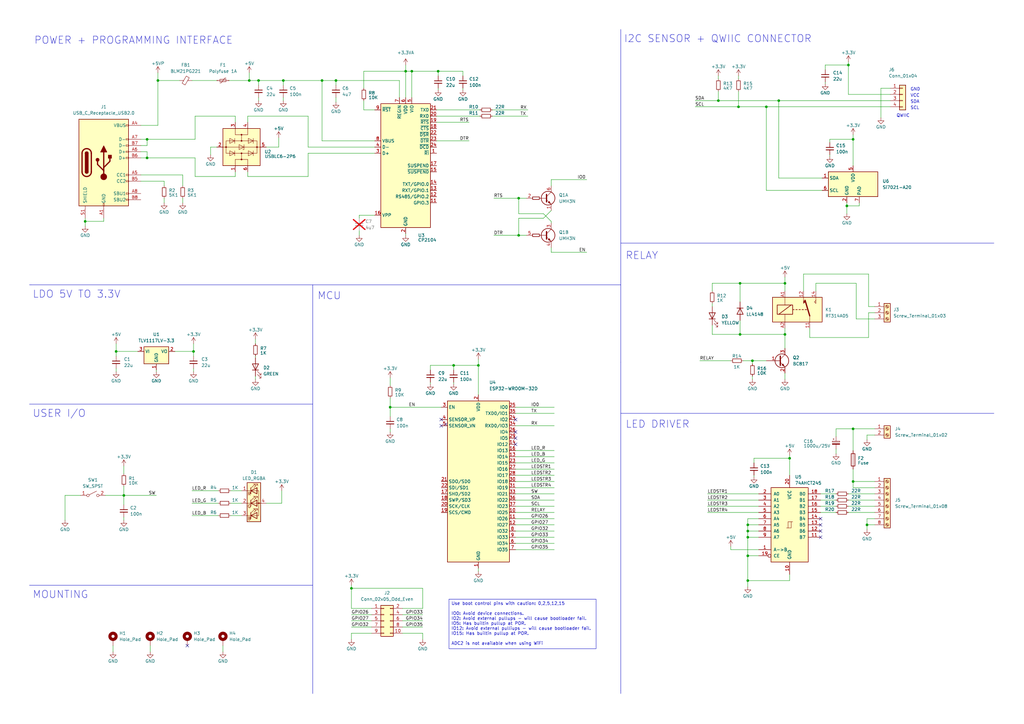
<source format=kicad_sch>
(kicad_sch (version 20230121) (generator eeschema)
  (paper "A3")
  (title_block (title "iot-thing board") (date "2023-10-14") (rev "1.0") (company "made by morten"))
  (junction (at 303.53 116.205))
  (junction (at 50.8 203.2))
  (junction (at 186.055 149.86))
  (junction (at 349.885 57.15))
  (junction (at 323.85 187.96))
  (junction (at 64.77 33.02))
  (junction (at 212.725 96.52))
  (junction (at 306.705 217.805))
  (junction (at 47.625 144.145))
  (junction (at 314.325 43.815))
  (junction (at 179.705 29.21))
  (junction (at 34.925 90.805))
  (junction (at 306.705 220.345))
  (junction (at 116.205 33.02))
  (junction (at 355.6 215.265))
  (junction (at 60.325 57.15))
  (junction (at 308.61 147.955))
  (junction (at 302.895 43.815))
  (junction (at 306.705 238.125))
  (junction (at 347.345 84.455))
  (junction (at 349.885 197.485))
  (junction (at 144.145 241.3))
  (junction (at 132.08 33.02))
  (junction (at 319.405 41.275))
  (junction (at 79.375 144.145))
  (junction (at 137.795 33.02))
  (junction (at 321.945 137.16))
  (junction (at 166.37 29.21))
  (junction (at 60.325 64.77))
  (junction (at 168.91 29.21))
  (junction (at 294.64 41.275))
  (junction (at 306.705 227.965))
  (junction (at 303.53 137.16))
  (junction (at 160.02 167.005))
  (junction (at 347.98 26.67))
  (junction (at 102.235 33.02))
  (junction (at 349.885 175.895))
  (junction (at 106.045 33.02))
  (junction (at 196.215 149.86))
  (junction (at 321.945 116.205))
  (junction (at 306.705 215.265))
  (junction (at 212.725 81.28))
  (no_connect (at 180.975 174.625))
  (no_connect (at 180.975 172.085))
  (no_connect (at 336.55 220.345))
  (no_connect (at 211.455 177.165))
  (no_connect (at 211.455 182.245))
  (no_connect (at 182.88 173.99))
  (no_connect (at 336.55 215.265))
  (no_connect (at 211.455 179.705))
  (no_connect (at 336.55 212.725))
  (no_connect (at 336.55 217.805))
  (no_connect (at 76.835 264.795))
  (no_connect (at 211.455 172.085))
  (wire (pts (xy 160.02 167.005) (xy 180.975 167.005)))
  (wire (pts (xy 94.615 206.375) (xy 99.06 206.375)))
  (wire (pts (xy 342.9 175.895) (xy 349.885 175.895)))
  (wire (pts (xy 211.455 200.025) (xy 227.33 200.025)))
  (wire (pts (xy 226.06 73.66) (xy 240.665 73.66)))
  (wire (pts (xy 173.355 249.555) (xy 173.355 241.3)))
  (wire (pts (xy 79.375 144.145) (xy 79.375 146.05)))
  (wire (pts (xy 290.195 207.645) (xy 311.15 207.645)))
  (wire (pts (xy 132.08 33.02) (xy 132.08 57.785)))
  (wire (pts (xy 211.455 220.345) (xy 227.33 220.345)))
  (wire (pts (xy 352.425 84.455) (xy 352.425 83.185)))
  (polyline (pts (xy 254.635 99.695) (xy 407.67 99.695)))
  (wire (pts (xy 179.07 50.165) (xy 192.405 50.165)))
  (wire (pts (xy 34.925 90.805) (xy 34.925 92.71)))
  (wire (pts (xy 106.045 40.005) (xy 106.045 41.275)))
  (wire (pts (xy 302.895 43.815) (xy 314.325 43.815)))
  (wire (pts (xy 212.725 87.63) (xy 222.885 87.63)))
  (wire (pts (xy 356.235 138.43) (xy 356.235 128.27)))
  (wire (pts (xy 212.725 96.52) (xy 215.9 96.52)))
  (wire (pts (xy 64.77 33.02) (xy 64.77 29.845)))
  (wire (pts (xy 347.98 26.67) (xy 347.98 38.735)))
  (wire (pts (xy 226.06 90.805) (xy 226.06 91.44)))
  (wire (pts (xy 303.53 116.205) (xy 321.945 116.205)))
  (wire (pts (xy 56.515 144.145) (xy 47.625 144.145)))
  (wire (pts (xy 349.885 55.245) (xy 349.885 57.15)))
  (wire (pts (xy 176.53 149.86) (xy 176.53 151.765)))
  (wire (pts (xy 211.455 215.265) (xy 227.33 215.265)))
  (wire (pts (xy 211.455 189.865) (xy 227.33 189.865)))
  (wire (pts (xy 137.795 33.02) (xy 163.83 33.02)))
  (wire (pts (xy 50.8 199.39) (xy 50.8 203.2)))
  (wire (pts (xy 88.9 60.325) (xy 86.36 60.325)))
  (wire (pts (xy 101.6 47.625) (xy 126.365 47.625)))
  (wire (pts (xy 109.22 60.325) (xy 114.3 60.325)))
  (wire (pts (xy 196.215 147.32) (xy 196.215 149.86)))
  (wire (pts (xy 96.52 70.485) (xy 96.52 72.39)))
  (wire (pts (xy 91.44 264.795) (xy 91.44 267.335)))
  (wire (pts (xy 211.455 167.005) (xy 227.33 167.005)))
  (wire (pts (xy 303.53 137.16) (xy 321.945 137.16)))
  (wire (pts (xy 166.37 29.21) (xy 168.91 29.21)))
  (wire (pts (xy 116.205 40.005) (xy 116.205 41.275)))
  (wire (pts (xy 126.365 60.325) (xy 153.67 60.325)))
  (wire (pts (xy 306.705 215.265) (xy 306.705 217.805)))
  (wire (pts (xy 347.345 83.185) (xy 347.345 84.455)))
  (wire (pts (xy 50.8 191.135) (xy 50.8 194.31)))
  (wire (pts (xy 106.045 33.02) (xy 116.205 33.02)))
  (wire (pts (xy 149.225 41.275) (xy 149.225 45.085)))
  (wire (pts (xy 358.775 178.435) (xy 355.6 178.435)))
  (wire (pts (xy 60.325 64.77) (xy 80.01 64.77)))
  (wire (pts (xy 347.345 84.455) (xy 347.345 87.63)))
  (wire (pts (xy 347.98 207.645) (xy 358.775 207.645)))
  (wire (pts (xy 306.705 217.805) (xy 311.15 217.805)))
  (wire (pts (xy 347.98 202.565) (xy 358.775 202.565)))
  (wire (pts (xy 79.375 151.13) (xy 79.375 152.4)))
  (polyline (pts (xy 254.635 283.21) (xy 254.635 148.59)))
  (wire (pts (xy 303.53 116.205) (xy 292.1 116.205)))
  (wire (pts (xy 342.9 184.15) (xy 342.9 186.055)))
  (wire (pts (xy 116.205 33.02) (xy 116.205 34.925)))
  (wire (pts (xy 294.64 41.275) (xy 319.405 41.275)))
  (wire (pts (xy 212.725 81.28) (xy 215.9 81.28)))
  (wire (pts (xy 26.67 203.2) (xy 26.67 213.36)))
  (wire (pts (xy 356.235 125.73) (xy 358.775 125.73)))
  (wire (pts (xy 179.705 29.21) (xy 179.705 31.115)))
  (wire (pts (xy 202.565 96.52) (xy 212.725 96.52)))
  (wire (pts (xy 196.215 233.045) (xy 196.215 234.315)))
  (wire (pts (xy 78.74 201.295) (xy 89.535 201.295)))
  (wire (pts (xy 115.57 201.295) (xy 115.57 206.375)))
  (wire (pts (xy 212.725 89.535) (xy 212.725 96.52)))
  (wire (pts (xy 299.72 147.955) (xy 287.02 147.955)))
  (wire (pts (xy 212.725 81.28) (xy 212.725 87.63)))
  (wire (pts (xy 144.145 240.03) (xy 144.145 241.3)))
  (wire (pts (xy 321.945 134.62) (xy 321.945 137.16)))
  (wire (pts (xy 179.705 29.21) (xy 189.865 29.21)))
  (wire (pts (xy 321.945 116.205) (xy 321.945 119.38)))
  (wire (pts (xy 34.925 89.535) (xy 34.925 90.805)))
  (wire (pts (xy 304.8 147.955) (xy 308.61 147.955)))
  (wire (pts (xy 340.36 57.15) (xy 349.885 57.15)))
  (wire (pts (xy 211.455 187.325) (xy 227.33 187.325)))
  (wire (pts (xy 332.105 138.43) (xy 356.235 138.43)))
  (polyline (pts (xy 254.635 283.21) (xy 254.635 284.48)))
  (wire (pts (xy 78.74 211.455) (xy 89.535 211.455)))
  (polyline (pts (xy 12.065 116.84) (xy 12.7 116.84)))
  (wire (pts (xy 306.705 238.125) (xy 306.705 240.665)))
  (wire (pts (xy 86.36 60.325) (xy 86.36 63.5)))
  (wire (pts (xy 347.98 25.4) (xy 347.98 26.67)))
  (wire (pts (xy 336.55 210.185) (xy 342.9 210.185)))
  (wire (pts (xy 144.145 257.175) (xy 152.4 257.175)))
  (wire (pts (xy 78.74 33.02) (xy 88.9 33.02)))
  (wire (pts (xy 149.225 36.195) (xy 149.225 29.21)))
  (wire (pts (xy 309.245 194.945) (xy 309.245 195.58)))
  (wire (pts (xy 212.725 89.535) (xy 222.885 89.535)))
  (wire (pts (xy 314.325 78.105) (xy 314.325 43.815)))
  (wire (pts (xy 160.02 175.895) (xy 160.02 177.165)))
  (wire (pts (xy 349.885 197.485) (xy 349.885 200.025)))
  (wire (pts (xy 166.37 95.885) (xy 166.37 96.52)))
  (wire (pts (xy 165.1 257.175) (xy 173.355 257.175)))
  (wire (pts (xy 163.83 33.02) (xy 163.83 40.005)))
  (wire (pts (xy 309.245 187.96) (xy 323.85 187.96)))
  (wire (pts (xy 319.405 41.275) (xy 319.405 73.025)))
  (wire (pts (xy 347.98 205.105) (xy 358.775 205.105)))
  (wire (pts (xy 137.795 40.005) (xy 137.795 41.91)))
  (wire (pts (xy 126.365 62.865) (xy 126.365 72.39)))
  (wire (pts (xy 189.865 29.21) (xy 189.865 31.115)))
  (wire (pts (xy 340.36 63.5) (xy 340.36 64.135)))
  (wire (pts (xy 80.01 64.77) (xy 80.01 72.39)))
  (wire (pts (xy 94.615 201.295) (xy 99.06 201.295)))
  (wire (pts (xy 186.055 149.86) (xy 196.215 149.86)))
  (wire (pts (xy 64.77 33.02) (xy 73.66 33.02)))
  (wire (pts (xy 321.945 113.665) (xy 321.945 116.205)))
  (wire (pts (xy 351.155 116.205) (xy 351.155 130.81)))
  (wire (pts (xy 211.455 174.625) (xy 227.33 174.625)))
  (wire (pts (xy 165.1 254.635) (xy 173.355 254.635)))
  (wire (pts (xy 43.18 203.2) (xy 50.8 203.2)))
  (wire (pts (xy 306.705 217.805) (xy 306.705 220.345)))
  (wire (pts (xy 179.07 47.625) (xy 196.85 47.625)))
  (wire (pts (xy 358.775 175.895) (xy 349.885 175.895)))
  (wire (pts (xy 308.61 147.955) (xy 308.61 149.225)))
  (wire (pts (xy 168.91 29.21) (xy 168.91 40.005)))
  (wire (pts (xy 303.53 123.825) (xy 303.53 116.205)))
  (wire (pts (xy 101.6 50.165) (xy 101.6 47.625)))
  (wire (pts (xy 211.455 212.725) (xy 227.33 212.725)))
  (wire (pts (xy 292.1 133.35) (xy 292.1 137.16)))
  (wire (pts (xy 201.93 47.625) (xy 216.535 47.625)))
  (wire (pts (xy 165.1 252.095) (xy 173.355 252.095)))
  (wire (pts (xy 306.705 238.125) (xy 323.85 238.125)))
  (wire (pts (xy 137.795 33.02) (xy 137.795 34.925)))
  (wire (pts (xy 144.145 259.715) (xy 144.145 262.255)))
  (wire (pts (xy 290.195 202.565) (xy 311.15 202.565)))
  (wire (pts (xy 358.775 200.025) (xy 349.885 200.025)))
  (wire (pts (xy 33.02 203.2) (xy 26.67 203.2)))
  (wire (pts (xy 67.31 74.295) (xy 67.31 76.2)))
  (wire (pts (xy 308.61 154.305) (xy 308.61 155.575)))
  (wire (pts (xy 144.145 254.635) (xy 152.4 254.635)))
  (polyline (pts (xy 128.27 116.84) (xy 128.27 284.48)))
  (wire (pts (xy 365.125 36.195) (xy 361.315 36.195)))
  (wire (pts (xy 226.06 101.6) (xy 226.06 103.505)))
  (wire (pts (xy 189.865 36.195) (xy 189.865 36.83)))
  (wire (pts (xy 50.8 212.09) (xy 50.8 213.36)))
  (wire (pts (xy 311.15 225.425) (xy 299.72 225.425)))
  (wire (pts (xy 336.55 207.645) (xy 342.9 207.645)))
  (wire (pts (xy 285.115 43.815) (xy 302.895 43.815)))
  (wire (pts (xy 74.93 71.755) (xy 74.93 76.2)))
  (wire (pts (xy 306.705 212.725) (xy 306.705 215.265)))
  (wire (pts (xy 294.64 37.465) (xy 294.64 41.275)))
  (wire (pts (xy 355.6 215.265) (xy 355.6 217.17)))
  (wire (pts (xy 60.325 62.23) (xy 60.325 64.77)))
  (wire (pts (xy 323.85 186.69) (xy 323.85 187.96)))
  (wire (pts (xy 347.345 84.455) (xy 352.425 84.455)))
  (wire (pts (xy 321.945 153.035) (xy 321.945 155.575)))
  (wire (pts (xy 211.455 222.885) (xy 227.33 222.885)))
  (wire (pts (xy 60.325 62.23) (xy 57.785 62.23)))
  (wire (pts (xy 46.355 264.795) (xy 46.355 267.335)))
  (wire (pts (xy 67.31 81.28) (xy 67.31 83.185)))
  (polyline (pts (xy 254.635 12.065) (xy 254.635 148.59)))
  (wire (pts (xy 356.235 112.395) (xy 356.235 125.73)))
  (wire (pts (xy 114.3 56.515) (xy 114.3 60.325)))
  (wire (pts (xy 211.455 184.785) (xy 227.33 184.785)))
  (wire (pts (xy 311.15 215.265) (xy 306.705 215.265)))
  (wire (pts (xy 147.32 94.615) (xy 147.32 96.52)))
  (wire (pts (xy 101.6 70.485) (xy 101.6 72.39)))
  (wire (pts (xy 47.625 144.145) (xy 47.625 146.05)))
  (wire (pts (xy 211.455 210.185) (xy 227.33 210.185)))
  (wire (pts (xy 57.785 71.755) (xy 74.93 71.755)))
  (wire (pts (xy 201.93 45.085) (xy 216.535 45.085)))
  (wire (pts (xy 116.205 33.02) (xy 132.08 33.02)))
  (wire (pts (xy 160.02 167.005) (xy 160.02 170.815)))
  (wire (pts (xy 303.53 131.445) (xy 303.53 137.16)))
  (wire (pts (xy 337.185 73.025) (xy 319.405 73.025)))
  (wire (pts (xy 168.91 29.21) (xy 179.705 29.21)))
  (wire (pts (xy 226.06 103.505) (xy 240.665 103.505)))
  (wire (pts (xy 104.775 140.97) (xy 104.775 139.065)))
  (wire (pts (xy 64.77 33.02) (xy 64.77 51.435)))
  (wire (pts (xy 306.705 220.345) (xy 311.15 220.345)))
  (wire (pts (xy 60.325 57.15) (xy 80.01 57.15)))
  (wire (pts (xy 186.055 149.86) (xy 186.055 151.765)))
  (wire (pts (xy 202.565 81.28) (xy 212.725 81.28)))
  (wire (pts (xy 321.945 137.16) (xy 321.945 142.875)))
  (wire (pts (xy 166.37 26.67) (xy 166.37 29.21)))
  (wire (pts (xy 306.705 227.965) (xy 306.705 238.125)))
  (wire (pts (xy 179.07 57.785) (xy 192.405 57.785)))
  (wire (pts (xy 340.36 57.15) (xy 340.36 58.42)))
  (wire (pts (xy 306.705 220.345) (xy 306.705 227.965)))
  (wire (pts (xy 336.55 202.565) (xy 342.9 202.565)))
  (wire (pts (xy 144.145 252.095) (xy 152.4 252.095)))
  (wire (pts (xy 79.375 140.97) (xy 79.375 144.145)))
  (wire (pts (xy 349.885 175.895) (xy 349.885 184.785)))
  (polyline (pts (xy 12.065 165.735) (xy 128.27 165.735)))
  (wire (pts (xy 80.01 72.39) (xy 96.52 72.39)))
  (polyline (pts (xy 254.635 169.545) (xy 407.67 169.545)))
  (wire (pts (xy 96.52 47.625) (xy 96.52 50.165)))
  (wire (pts (xy 294.64 31.115) (xy 294.64 32.385)))
  (wire (pts (xy 50.8 203.2) (xy 50.8 207.01)))
  (wire (pts (xy 323.85 235.585) (xy 323.85 238.125)))
  (wire (pts (xy 71.755 144.145) (xy 79.375 144.145)))
  (wire (pts (xy 338.455 26.67) (xy 338.455 28.575)))
  (wire (pts (xy 332.105 134.62) (xy 332.105 138.43)))
  (wire (pts (xy 285.115 41.275) (xy 294.64 41.275)))
  (wire (pts (xy 106.045 33.02) (xy 106.045 34.925)))
  (wire (pts (xy 211.455 194.945) (xy 227.33 194.945)))
  (wire (pts (xy 365.125 38.735) (xy 347.98 38.735)))
  (wire (pts (xy 60.325 57.15) (xy 60.325 59.69)))
  (wire (pts (xy 109.22 206.375) (xy 115.57 206.375)))
  (wire (pts (xy 338.455 26.67) (xy 347.98 26.67)))
  (wire (pts (xy 302.895 37.465) (xy 302.895 43.815)))
  (wire (pts (xy 351.155 130.81) (xy 358.775 130.81)))
  (wire (pts (xy 42.545 89.535) (xy 42.545 90.805)))
  (wire (pts (xy 176.53 149.86) (xy 186.055 149.86)))
  (wire (pts (xy 144.145 241.3) (xy 173.355 241.3)))
  (wire (pts (xy 292.1 116.205) (xy 292.1 119.38)))
  (wire (pts (xy 152.4 259.715) (xy 144.145 259.715)))
  (wire (pts (xy 329.565 112.395) (xy 356.235 112.395)))
  (wire (pts (xy 149.225 45.085) (xy 153.67 45.085)))
  (wire (pts (xy 42.545 90.805) (xy 34.925 90.805)))
  (wire (pts (xy 314.325 43.815) (xy 365.125 43.815)))
  (wire (pts (xy 361.315 36.195) (xy 361.315 48.26)))
  (wire (pts (xy 355.6 178.435) (xy 355.6 180.34)))
  (wire (pts (xy 302.895 31.115) (xy 302.895 32.385)))
  (wire (pts (xy 179.07 45.085) (xy 196.85 45.085)))
  (wire (pts (xy 355.6 215.265) (xy 358.775 215.265)))
  (wire (pts (xy 61.595 264.795) (xy 61.595 267.335)))
  (wire (pts (xy 160.02 154.94) (xy 160.02 158.115)))
  (wire (pts (xy 102.235 33.02) (xy 106.045 33.02)))
  (wire (pts (xy 222.885 87.63) (xy 226.06 90.805)))
  (wire (pts (xy 153.67 62.865) (xy 126.365 62.865)))
  (wire (pts (xy 132.08 57.785) (xy 153.67 57.785)))
  (wire (pts (xy 299.72 225.425) (xy 299.72 224.155)))
  (wire (pts (xy 93.98 33.02) (xy 102.235 33.02)))
  (wire (pts (xy 104.775 154.305) (xy 104.775 155.575)))
  (wire (pts (xy 349.885 192.405) (xy 349.885 197.485)))
  (wire (pts (xy 292.1 137.16) (xy 303.53 137.16)))
  (wire (pts (xy 334.645 116.205) (xy 351.155 116.205)))
  (wire (pts (xy 211.455 202.565) (xy 227.33 202.565)))
  (wire (pts (xy 323.85 187.96) (xy 323.85 194.945)))
  (wire (pts (xy 147.32 88.265) (xy 153.67 88.265)))
  (wire (pts (xy 149.225 29.21) (xy 166.37 29.21)))
  (wire (pts (xy 196.215 149.86) (xy 196.215 161.925)))
  (wire (pts (xy 165.1 259.715) (xy 173.355 259.715)))
  (wire (pts (xy 337.185 78.105) (xy 314.325 78.105)))
  (wire (pts (xy 356.235 128.27) (xy 358.775 128.27)))
  (wire (pts (xy 311.15 227.965) (xy 306.705 227.965)))
  (wire (pts (xy 211.455 197.485) (xy 227.33 197.485)))
  (wire (pts (xy 338.455 34.29) (xy 338.455 33.655)))
  (wire (pts (xy 211.455 169.545) (xy 227.33 169.545)))
  (wire (pts (xy 349.885 57.15) (xy 349.885 67.945)))
  (wire (pts (xy 308.61 147.955) (xy 314.325 147.955)))
  (wire (pts (xy 57.785 64.77) (xy 60.325 64.77)))
  (wire (pts (xy 102.235 29.845) (xy 102.235 33.02)))
  (wire (pts (xy 211.455 205.105) (xy 227.33 205.105)))
  (wire (pts (xy 211.455 192.405) (xy 227.33 192.405)))
  (wire (pts (xy 78.74 206.375) (xy 89.535 206.375)))
  (wire (pts (xy 60.325 59.69) (xy 57.785 59.69)))
  (wire (pts (xy 47.625 151.13) (xy 47.625 152.4)))
  (wire (pts (xy 57.785 74.295) (xy 67.31 74.295)))
  (wire (pts (xy 179.705 36.83) (xy 179.705 36.195)))
  (polyline (pts (xy 12.065 240.03) (xy 128.27 240.03)))
  (wire (pts (xy 166.37 29.21) (xy 166.37 40.005)))
  (wire (pts (xy 309.245 189.865) (xy 309.245 187.96)))
  (wire (pts (xy 336.55 205.105) (xy 342.9 205.105)))
  (wire (pts (xy 94.615 211.455) (xy 99.06 211.455)))
  (wire (pts (xy 306.705 212.725) (xy 311.15 212.725)))
  (wire (pts (xy 50.8 203.2) (xy 64.135 203.2)))
  (wire (pts (xy 147.32 88.265) (xy 147.32 89.535)))
  (wire (pts (xy 160.02 163.195) (xy 160.02 167.005)))
  (wire (pts (xy 64.135 151.765) (xy 64.135 152.4)))
  (wire (pts (xy 211.455 207.645) (xy 227.33 207.645)))
  (wire (pts (xy 226.06 73.66) (xy 226.06 76.2)))
  (wire (pts (xy 347.98 210.185) (xy 358.775 210.185)))
  (wire (pts (xy 319.405 41.275) (xy 365.125 41.275)))
  (wire (pts (xy 211.455 225.425) (xy 227.33 225.425)))
  (wire (pts (xy 80.01 47.625) (xy 96.52 47.625)))
  (wire (pts (xy 290.195 205.105) (xy 311.15 205.105)))
  (wire (pts (xy 144.145 241.3) (xy 144.145 249.555)))
  (wire (pts (xy 64.77 51.435) (xy 57.785 51.435)))
  (wire (pts (xy 176.53 156.845) (xy 176.53 157.48)))
  (wire (pts (xy 104.775 146.685) (xy 104.775 146.05)))
  (wire (pts (xy 47.625 140.97) (xy 47.625 144.145)))
  (wire (pts (xy 329.565 112.395) (xy 329.565 119.38)))
  (wire (pts (xy 211.455 217.805) (xy 227.33 217.805)))
  (wire (pts (xy 74.93 81.28) (xy 74.93 83.185)))
  (wire (pts (xy 334.645 119.38) (xy 334.645 116.205)))
  (wire (pts (xy 101.6 72.39) (xy 126.365 72.39)))
  (wire (pts (xy 290.195 210.185) (xy 311.15 210.185)))
  (wire (pts (xy 57.785 57.15) (xy 60.325 57.15)))
  (wire (pts (xy 173.355 259.715) (xy 173.355 262.255)))
  (wire (pts (xy 226.06 86.36) (xy 222.885 89.535)))
  (wire (pts (xy 80.01 57.15) (xy 80.01 47.625)))
  (polyline (pts (xy 12.7 116.84) (xy 254.635 116.84)))
  (wire (pts (xy 126.365 47.625) (xy 126.365 60.325)))
  (wire (pts (xy 342.9 179.07) (xy 342.9 175.895)))
  (wire (pts (xy 358.775 212.725) (xy 355.6 212.725)))
  (wire (pts (xy 173.355 249.555) (xy 165.1 249.555)))
  (wire (pts (xy 186.055 156.845) (xy 186.055 157.48)))
  (wire (pts (xy 292.1 124.46) (xy 292.1 125.73)))
  (wire (pts (xy 355.6 212.725) (xy 355.6 215.265)))
  (wire (pts (xy 152.4 249.555) (xy 144.145 249.555)))
  (wire (pts (xy 132.08 33.02) (xy 137.795 33.02)))
  (wire (pts (xy 349.885 197.485) (xy 358.775 197.485)))
  (text_box "Use boot control pins with caution: 0,2,5,12,15\n\nIO0: Avoid device connections.\nIO2: Avoid external pullups - will cause bootloader fail.\nIO5: Has builtin pullup at POR.\nIO12: Avoid external pulliups - will cause bootloader fail.\nIO15: Has builtin pullup at POR.\n\nADC2 is not available when using WiFi" (at 184.15 245.745 0) (size 60.325 20.32) (effects (font (size 1.27 1.27)) (justify left top)))
  (text "LDO 5V TO 3.3V" (at 13.335 122.555 0) (effects (font (size 3 3)) (justify left bottom)))
  (text "MOUNTING" (at 13.335 245.745 0) (effects (font (size 3 3)) (justify left bottom)))
  (text "GND" (at 373.38 37.465 0) (effects (font (size 1.27 1.27)) (justify left bottom)))
  (text "SCL" (at 373.38 45.085 0) (effects (font (size 1.27 1.27)) (justify left bottom)))
  (text "SDA" (at 373.38 42.545 0) (effects (font (size 1.27 1.27)) (justify left bottom)))
  (text "I2C SENSOR + QWIIC CONNECTOR" (at 255.905 17.78 0) (effects (font (size 3 3)) (justify left bottom)))
  (text "USER I/O" (at 13.335 171.45 0) (effects (font (size 3 3)) (justify left bottom)))
  (text "RELAY" (at 256.54 106.68 0) (effects (font (size 3 3)) (justify left bottom)))
  (text "MCU" (at 130.175 123.19 0) (effects (font (size 3 3)) (justify left bottom)))
  (text "QWIIC" (at 367.665 48.26 0) (effects (font (size 1.27 1.27)) (justify left bottom)))
  (text "LED DRIVER" (at 256.54 175.895 0) (effects (font (size 3 3)) (justify left bottom)))
  (text "POWER + PROGRAMMING INTERFACE\n" (at 13.97 18.415 0) (effects (font (size 3 3)) (justify left bottom)))
  (text "VCC" (at 373.38 40.005 0) (effects (font (size 1.27 1.27)) (justify left bottom)))
  (label "GPIO26" (at 217.805 212.725 0))
  (label "GPIO26" (at 144.145 252.095 0))
  (label "TX" (at 213.36 47.625 0))
  (label "GPIO34" (at 166.37 254.635 0))
  (label "SDA" (at 285.115 41.275 0))
  (label "LEDSTR1" (at 290.195 202.565 0))
  (label "RTS" (at 188.595 50.165 0))
  (label "LED_G" (at 78.74 206.375 0))
  (label "DTR" (at 188.595 57.785 0))
  (label "IO0" (at 236.855 73.66 0))
  (label "LED_R" (at 78.74 201.295 0))
  (label "SW" (at 217.805 202.565 0))
  (label "TX" (at 217.805 169.545 0))
  (label "GPIO35" (at 166.37 257.175 0))
  (label "GPIO35" (at 217.805 225.425 0))
  (label "SW" (at 60.96 203.2 0))
  (label "LED_R" (at 217.805 184.785 0))
  (label "EN" (at 167.64 167.005 0))
  (label "LED_B" (at 78.74 211.455 0))
  (label "LED_B" (at 217.805 187.325 0))
  (label "GPIO34" (at 217.805 222.885 0))
  (label "LEDSTR3" (at 290.195 207.645 0))
  (label "RX" (at 217.805 174.625 0))
  (label "RTS" (at 202.565 81.28 0))
  (label "LEDSTR4" (at 217.805 200.025 0))
  (label "SCL" (at 217.805 207.645 0))
  (label "GPIO27" (at 217.805 215.265 0))
  (label "SCL" (at 285.115 43.815 0))
  (label "LEDSTR1" (at 217.805 192.405 0))
  (label "IO0" (at 217.805 167.005 0))
  (label "GPIO32" (at 144.145 257.175 0))
  (label "RELAY" (at 287.02 147.955 0))
  (label "GPIO27" (at 144.145 254.635 0))
  (label "LEDSTR2" (at 217.805 194.945 0))
  (label "LEDSTR2" (at 290.195 205.105 0))
  (label "SDA" (at 217.805 205.105 0))
  (label "GPIO33" (at 166.37 252.095 0))
  (label "DTR" (at 202.565 96.52 0))
  (label "GPIO32" (at 217.805 217.805 0))
  (label "GPIO33" (at 217.805 220.345 0))
  (label "RELAY" (at 217.805 210.185 0))
  (label "RX" (at 213.36 45.085 0))
  (label "EN" (at 237.49 103.505 0))
  (label "LEDSTR4" (at 290.195 210.185 0))
  (label "LEDSTR3" (at 217.805 197.485 0))
  (label "LED_G" (at 217.805 189.865 0))
  (symbol (lib_id "power:GND") (at 47.625 152.4 0) (unit 1)
    (property "Reference" "#PWR05" (effects hide))
    (property "Value" "GND" (at 47.625 156.21 0))
  )
  (symbol (lib_id "Device:C_Small") (at 309.245 192.405 0) (unit 1)
    (property "Reference" "C13" (at 311.785 191.1413 0) (effects (justify left)))
    (property "Value" "100n" (at 311.785 193.6813 0) (effects (justify left)))
    (property "Footprint" "Capacitor_SMD:C_0402_1005Metric_Pad0.74x0.62mm_HandSolder" (effects hide))
  )
  (symbol (lib_id "power:+5V") (at 114.3 56.515 0) (unit 1)
    (property "Reference" "#PWR022" (effects hide))
    (property "Value" "+5V" (at 114.3 52.705 0))
  )
  (symbol (lib_id "power:GND") (at 173.355 262.255 0) (unit 1)
    (property "Reference" "#PWR033" (effects hide))
    (property "Value" "GND" (at 173.355 266.065 0))
  )
  (symbol (lib_id "Relay:RT314A05") (at 327.025 127 0) (unit 1)
    (property "Reference" "K1" (at 338.455 127 0) (effects (justify left)))
    (property "Value" "RT314A05" (at 338.455 129.54 0) (effects (justify left)))
    (property "Footprint" "Relay_THT:Relay_SPDT_Schrack-RT1-16A-FormC_RM5mm" (effects hide))
    (property "Datasheet" "https://www.te.com/commerce/DocumentDelivery/DDEController?Action=srchrtrv&DocNm=RT1_bistable&DocType=DS&DocLang=English" (effects hide))
  )
  (symbol (lib_id "Device:C_Small") (at 186.055 154.305 0) (unit 1)
    (property "Reference" "C11" (at 188.595 153.0413 0) (effects (justify left)))
    (property "Value" "100n" (at 188.595 155.5813 0) (effects (justify left)))
    (property "Footprint" "Capacitor_SMD:C_0402_1005Metric_Pad0.74x0.62mm_HandSolder" (effects hide))
  )
  (symbol (lib_id "power:GND") (at 306.705 240.665 0) (unit 1)
    (property "Reference" "#PWR043" (effects hide))
    (property "Value" "GND" (at 306.705 244.475 0))
  )
  (symbol (lib_id "Device:Polyfuse_Small") (at 91.44 33.02 90) (unit 1)
    (property "Reference" "F1" (at 91.44 26.67 90))
    (property "Value" "Polyfuse 1A" (at 91.44 29.21 90))
    (property "Footprint" "Fuse:Fuse_1206_3216Metric_Pad1.42x1.75mm_HandSolder" (effects hide))
  )
  (symbol (lib_id "power:+3.3V") (at 115.57 201.295 0) (unit 1)
    (property "Reference" "#PWR023" (effects hide))
    (property "Value" "+3.3V" (at 115.57 197.485 0))
  )
  (symbol (lib_id "Device:C_Small") (at 189.865 33.655 0) (unit 1)
    (property "Reference" "C12" (at 192.405 32.3913 0) (effects (justify left)))
    (property "Value" "100n" (at 192.405 34.9313 0) (effects (justify left)))
    (property "Footprint" "Capacitor_SMD:C_0402_1005Metric_Pad0.74x0.62mm_HandSolder" (effects hide))
  )
  (symbol (lib_id "power:+3.3V") (at 144.145 240.03 0) (unit 1)
    (property "Reference" "#PWR026" (effects hide))
    (property "Value" "+3.3V" (at 144.145 236.22 0))
  )
  (symbol (lib_id "power:GND") (at 74.93 83.185 0) (unit 1)
    (property "Reference" "#PWR012" (effects hide))
    (property "Value" "GND" (at 74.93 86.995 0))
  )
  (symbol (lib_id "power:GND") (at 79.375 152.4 0) (unit 1)
    (property "Reference" "#PWR015" (effects hide))
    (property "Value" "GND" (at 79.375 156.21 0))
  )
  (symbol (lib_id "Device:C_Small") (at 50.8 209.55 0) (unit 1)
    (property "Reference" "C2" (at 53.34 208.2863 0) (effects (justify left)))
    (property "Value" "100n" (at 53.34 210.8263 0) (effects (justify left)))
    (property "Footprint" "Capacitor_SMD:C_0402_1005Metric_Pad0.74x0.62mm_HandSolder" (effects hide))
  )
  (symbol (lib_id "Device:C_Small") (at 116.205 37.465 0) (unit 1)
    (property "Reference" "C5" (at 118.745 36.2013 0) (effects (justify left)))
    (property "Value" "100n" (at 118.745 38.7413 0) (effects (justify left)))
    (property "Footprint" "Capacitor_SMD:C_0402_1005Metric_Pad0.74x0.62mm_HandSolder" (effects hide))
  )
  (symbol (lib_id "power:GND") (at 196.215 234.315 0) (unit 1)
    (property "Reference" "#PWR039" (effects hide))
    (property "Value" "GND" (at 196.215 238.125 0))
  )
  (symbol (lib_id "Power_Protection:USBLC6-2P6") (at 99.06 60.325 270) (mirror x) (unit 1)
    (property "Reference" "U2" (at 109.855 62.23 90))
    (property "Value" "USBLC6-2P6" (at 114.935 64.135 90))
    (property "Footprint" "Package_TO_SOT_SMD:SOT-666" (effects hide))
    (property "Datasheet" "https://www.st.com/resource/en/datasheet/usblc6-2.pdf" (effects hide))
  )
  (symbol (lib_id "power:GND") (at 340.36 64.135 0) (unit 1)
    (property "Reference" "#PWR050" (effects hide))
    (property "Value" "GND" (at 340.36 67.945 0))
  )
  (symbol (lib_id "power:GND") (at 308.61 155.575 0) (unit 1)
    (property "Reference" "#PWR044" (effects hide))
    (property "Value" "GND" (at 308.61 159.385 0))
  )
  (symbol (lib_id "power:GND") (at 189.865 36.83 0) (unit 1)
    (property "Reference" "#PWR037" (effects hide))
    (property "Value" "GND" (at 189.865 40.64 0))
  )
  (symbol (lib_id "power:GND") (at 309.245 195.58 0) (unit 1)
    (property "Reference" "#PWR045" (effects hide))
    (property "Value" "GND" (at 309.245 199.39 0))
  )
  (symbol (lib_id "power:+3.3V") (at 294.64 31.115 0) (unit 1)
    (property "Reference" "#PWR040" (effects hide))
    (property "Value" "+3.3V" (at 294.64 27.305 0))
  )
  (symbol (lib_id "power:+3.3V") (at 79.375 140.97 0) (unit 1)
    (property "Reference" "#PWR014" (effects hide))
    (property "Value" "+3.3V" (at 79.375 137.16 0))
  )
  (symbol (lib_id "Device:LED_RGBA") (at 104.14 206.375 0) (unit 1)
    (property "Reference" "D1" (at 104.14 193.675 0))
    (property "Value" "LED_RGBA" (at 104.14 196.215 0))
    (property "Footprint" "LED_SMD:LED_RGB_Wuerth-PLCC4_3.2x2.8mm_150141M173100" (effects hide))
  )
  (symbol (lib_id "Device:FerriteBead_Small") (at 76.2 33.02 90) (unit 1)
    (property "Reference" "FB1" (at 76.1619 26.67 90))
    (property "Value" "BLM21PG221" (at 76.1619 29.21 90))
    (property "Footprint" "Inductor_SMD:L_0603_1608Metric_Pad1.05x0.95mm_HandSolder" (effects hide))
  )
  (symbol (lib_id "power:+3.3V") (at 349.885 55.245 0) (unit 1)
    (property "Reference" "#PWR054" (effects hide))
    (property "Value" "+3.3V" (at 349.885 51.435 0))
  )
  (symbol (lib_id "Device:C_Small") (at 179.705 33.655 0) (unit 1)
    (property "Reference" "C10" (at 182.88 32.3913 0) (effects (justify left)))
    (property "Value" "22u" (at 182.88 34.9313 0) (effects (justify left)))
    (property "Footprint" "Capacitor_SMD:C_0805_2012Metric_Pad1.18x1.45mm_HandSolder" (effects hide))
  )
  (symbol (lib_id "power:GND") (at 86.36 63.5 0) (unit 1)
    (property "Reference" "#PWR016" (effects hide))
    (property "Value" "GND" (at 86.36 67.31 0))
  )
  (symbol (lib_id "Diode:LL4148") (at 303.53 127.635 270) (unit 1)
    (property "Reference" "D4" (at 306.07 126.365 90) (effects (justify left)))
    (property "Value" "LL4148" (at 306.07 128.905 90) (effects (justify left)))
    (property "Footprint" "Diode_SMD:D_MiniMELF" (effects hide))
    (property "Datasheet" "http://www.vishay.com/docs/85557/ll4148.pdf" (effects hide))
    (property "Sim.Device" "D" (effects hide))
    (property "Sim.Pins" "1=K 2=A" (effects hide))
  )
  (symbol (lib_id "power:GND") (at 321.945 155.575 0) (unit 1)
    (property "Reference" "#PWR047" (effects hide))
    (property "Value" "GND" (at 321.945 159.385 0))
  )
  (symbol (lib_id "power:GND") (at 137.795 41.91 0) (unit 1)
    (property "Reference" "#PWR025" (effects hide))
    (property "Value" "GND" (at 137.795 45.72 0))
  )
  (symbol (lib_id "power:GND") (at 116.205 41.275 0) (unit 1)
    (property "Reference" "#PWR024" (effects hide))
    (property "Value" "GND" (at 116.205 45.085 0))
  )
  (symbol (lib_id "Device:C_Small") (at 338.455 31.115 0) (unit 1)
    (property "Reference" "C14" (at 341.63 29.8513 0) (effects (justify left)))
    (property "Value" "22u" (at 341.63 32.3913 0) (effects (justify left)))
    (property "Footprint" "Capacitor_SMD:C_0805_2012Metric_Pad1.18x1.45mm_HandSolder" (effects hide))
  )
  (symbol (lib_id "power:+5V") (at 102.235 29.845 0) (unit 1)
    (property "Reference" "#PWR018" (effects hide))
    (property "Value" "+5V" (at 102.235 26.035 0))
  )
  (symbol (lib_id "power:GND") (at 160.02 177.165 0) (unit 1)
    (property "Reference" "#PWR030" (effects hide))
    (property "Value" "GND" (at 160.02 180.975 0))
  )
  (symbol (lib_id "power:GND") (at 61.595 267.335 0) (unit 1)
    (property "Reference" "#PWR08" (effects hide))
    (property "Value" "GND" (at 61.595 271.145 0))
  )
  (symbol (lib_id "Connector:Screw_Terminal_01x08") (at 363.855 205.105 0) (unit 1)
    (property "Reference" "J5" (at 367.03 205.105 0) (effects (justify left)))
    (property "Value" "Screw_Terminal_01x08" (at 367.03 207.645 0) (effects (justify left)))
    (property "Footprint" "TerminalBlock_Phoenix:TerminalBlock_Phoenix_MKDS-1,5-8_1x08_P5.00mm_Horizontal" (effects hide))
  )
  (symbol (lib_id "74xx:74HC245") (at 323.85 215.265 0) (unit 1)
    (property "Reference" "U5" (at 326.0441 195.58 0) (effects (justify left)))
    (property "Value" "74AHCT245" (at 326.0441 198.12 0) (effects (justify left)))
    (property "Footprint" "Package_DIP:DIP-20_W7.62mm" (effects hide))
    (property "Datasheet" "http://www.ti.com/lit/gpn/sn74HC245" (effects hide))
  )
  (symbol (lib_id "Mechanical:MountingHole_Pad") (at 61.595 262.255 0) (unit 1)
    (property "Reference" "H2" (at 64.135 259.715 0) (effects (justify left)))
    (property "Value" "Hole_Pad" (at 64.135 262.255 0) (effects (justify left)))
    (property "Footprint" "MountingHole:MountingHole_3.2mm_M3_Pad_Via" (effects hide))
  )
  (symbol (lib_id "power:GND") (at 147.32 96.52 0) (unit 1)
    (property "Reference" "#PWR028" (effects hide))
    (property "Value" "GND" (at 147.32 100.33 0))
  )
  (symbol (lib_id "power:GND") (at 355.6 217.17 0) (unit 1)
    (property "Reference" "#PWR056" (effects hide))
    (property "Value" "GND" (at 355.6 220.98 0))
  )
  (symbol (lib_id "Device:C_Small") (at 176.53 154.305 0) (unit 1)
    (property "Reference" "C9" (at 179.705 153.0413 0) (effects (justify left)))
    (property "Value" "22u" (at 179.705 155.5813 0) (effects (justify left)))
    (property "Footprint" "Capacitor_SMD:C_0805_2012Metric_Pad1.18x1.45mm_HandSolder" (effects hide))
  )
  (symbol (lib_id "power:+5V") (at 299.72 224.155 0) (unit 1)
    (property "Reference" "#PWR041" (effects hide))
    (property "Value" "+5V" (at 299.72 220.345 0))
  )
  (symbol (lib_id "power:+3.3V") (at 160.02 154.94 0) (unit 1)
    (property "Reference" "#PWR029" (effects hide))
    (property "Value" "+3.3V" (at 160.02 151.13 0))
  )
  (symbol (lib_id "Transistor_BJT:UMH3N") (at 220.98 81.28 0) (unit 1)
    (property "Reference" "Q1" (at 229.235 80.01 0) (effects (justify left)))
    (property "Value" "UMH3N" (at 229.235 82.55 0) (effects (justify left)))
    (property "Footprint" "Package_TO_SOT_SMD:SOT-363_SC-70-6" (effects hide))
    (property "Datasheet" "http://rohmfs.rohm.com/en/products/databook/datasheet/discrete/transistor/digital/emh3t2r-e.pdf" (effects hide))
  )
  (symbol (lib_id "power:+3.3V") (at 302.895 31.115 0) (unit 1)
    (property "Reference" "#PWR042" (effects hide))
    (property "Value" "+3.3V" (at 302.895 27.305 0))
  )
  (symbol (lib_id "power:+3.3V") (at 347.98 25.4 0) (unit 1)
    (property "Reference" "#PWR053" (effects hide))
    (property "Value" "+3.3V" (at 347.98 21.59 0))
  )
  (symbol (lib_id "Device:R_Small") (at 74.93 78.74 0) (unit 1)
    (property "Reference" "R3" (at 76.835 78.105 0) (effects (justify left)))
    (property "Value" "5K1" (at 76.835 80.01 0) (effects (justify left)))
    (property "Footprint" "Resistor_SMD:R_0402_1005Metric_Pad0.72x0.64mm_HandSolder" (effects hide))
  )
  (symbol (lib_id "power:GND") (at 34.925 92.71 0) (unit 1)
    (property "Reference" "#PWR02" (effects hide))
    (property "Value" "GND" (at 34.925 96.52 0))
  )
  (symbol (lib_id "Device:R_Small") (at 50.8 196.85 0) (unit 1)
    (property "Reference" "R1" (at 52.705 196.215 0) (effects (justify left)))
    (property "Value" "10K" (at 52.705 198.12 0) (effects (justify left)))
    (property "Footprint" "Resistor_SMD:R_0402_1005Metric_Pad0.72x0.64mm_HandSolder" (effects hide))
  )
  (symbol (lib_id "Device:R_Small") (at 149.225 38.735 0) (unit 1)
    (property "Reference" "R8" (at 151.13 38.1 0) (effects (justify left)))
    (property "Value" "10K" (at 151.13 40.005 0) (effects (justify left)))
    (property "Footprint" "Resistor_SMD:R_0402_1005Metric_Pad0.72x0.64mm_HandSolder" (effects hide))
  )
  (symbol (lib_id "power:GND") (at 104.775 155.575 0) (unit 1)
    (property "Reference" "#PWR020" (effects hide))
    (property "Value" "GND" (at 104.775 159.385 0))
  )
  (symbol (lib_id "Device:R_Small") (at 104.775 143.51 0) (unit 1)
    (property "Reference" "R7" (at 106.68 142.875 0) (effects (justify left)))
    (property "Value" "1K" (at 106.68 144.78 0) (effects (justify left)))
    (property "Footprint" "Resistor_SMD:R_0402_1005Metric_Pad0.72x0.64mm_HandSolder" (effects hide))
  )
  (symbol (lib_id "Regulator_Linear:LM1117MP-3.3") (at 64.135 144.145 0) (unit 1)
    (property "Reference" "U1" (at 64.135 137.16 0))
    (property "Value" "TLV1117LV-3.3" (at 64.135 139.7 0))
    (property "Footprint" "Package_TO_SOT_SMD:SOT-223-3_TabPin2" (effects hide))
    (property "Datasheet" "http://www.ti.com/lit/ds/symlink/lm1117.pdf" (effects hide))
  )
  (symbol (lib_id "power:GND") (at 67.31 83.185 0) (unit 1)
    (property "Reference" "#PWR011" (effects hide))
    (property "Value" "GND" (at 67.31 86.995 0))
  )
  (symbol (lib_id "Mechanical:MountingHole_Pad") (at 76.835 262.255 0) (unit 1)
    (property "Reference" "H3" (at 79.375 259.715 0) (effects (justify left)))
    (property "Value" "Hole_Pad" (at 79.375 262.255 0) (effects (justify left)))
    (property "Footprint" "MountingHole:MountingHole_3.2mm_M3_DIN965" (effects hide))
  )
  (symbol (lib_id "Device:R_Small") (at 92.075 211.455 90) (unit 1)
    (property "Reference" "R6" (at 88.9 210.185 90) (effects (justify left)))
    (property "Value" "1K" (at 97.79 210.185 90) (effects (justify left)))
    (property "Footprint" "Resistor_SMD:R_0402_1005Metric_Pad0.72x0.64mm_HandSolder" (effects hide))
  )
  (symbol (lib_id "Mechanical:MountingHole_Pad") (at 91.44 262.255 0) (unit 1)
    (property "Reference" "H4" (at 93.98 259.715 0) (effects (justify left)))
    (property "Value" "Hole_Pad" (at 93.98 262.255 0) (effects (justify left)))
    (property "Footprint" "MountingHole:MountingHole_3.2mm_M3_Pad_Via" (effects hide))
  )
  (symbol (lib_id "Device:R_Small") (at 345.44 205.105 90) (unit 1)
    (property "Reference" "R18" (at 342.265 203.835 90) (effects (justify left)))
    (property "Value" "22R" (at 353.06 203.835 90) (effects (justify left)))
    (property "Footprint" "Resistor_SMD:R_0402_1005Metric_Pad0.72x0.64mm_HandSolder" (effects hide))
  )
  (symbol (lib_id "Device:R_Small") (at 345.44 207.645 90) (unit 1)
    (property "Reference" "R19" (at 342.265 206.375 90) (effects (justify left)))
    (property "Value" "22R" (at 353.06 206.375 90) (effects (justify left)))
    (property "Footprint" "Resistor_SMD:R_0402_1005Metric_Pad0.72x0.64mm_HandSolder" (effects hide))
  )
  (symbol (lib_id "Device:C_Polarized_Small") (at 342.9 181.61 0) (unit 1)
    (property "Reference" "C16" (at 329.565 180.975 0) (effects (justify left)))
    (property "Value" "1000u/25V" (at 329.565 182.88 0) (effects (justify left)))
    (property "Footprint" "Capacitor_THT:CP_Radial_D10.0mm_P5.00mm" (effects hide))
  )
  (symbol (lib_id "Device:R_Small") (at 302.895 34.925 0) (unit 1)
    (property "Reference" "R15" (at 304.8 34.29 0) (effects (justify left)))
    (property "Value" "4K7" (at 304.8 36.195 0) (effects (justify left)))
    (property "Footprint" "Resistor_SMD:R_0402_1005Metric_Pad0.72x0.64mm_HandSolder" (effects hide))
  )
  (symbol (lib_id "Device:C_Small") (at 147.32 92.075 0) (unit 1) (in_bom no) (dnp yes)
    (property "Reference" "C7" (at 149.86 90.8113 0) (effects (justify left)))
    (property "Value" "4u7" (at 149.86 93.3513 0) (effects (justify left)))
    (property "Footprint" "Capacitor_SMD:C_0805_2012Metric_Pad1.18x1.45mm_HandSolder" (effects hide))
  )
  (symbol (lib_id "Connector:Screw_Terminal_01x02") (at 363.855 175.895 0) (unit 1)
    (property "Reference" "J4" (at 367.03 175.895 0) (effects (justify left)))
    (property "Value" "Screw_Terminal_01x02" (at 367.03 178.435 0) (effects (justify left)))
    (property "Footprint" "TerminalBlock_Phoenix:TerminalBlock_Phoenix_MKDS-1,5-2-5.08_1x02_P5.08mm_Horizontal" (effects hide))
  )
  (symbol (lib_id "Transistor_BJT:BC817") (at 319.405 147.955 0) (unit 1)
    (property "Reference" "Q2" (at 325.12 146.685 0) (effects (justify left)))
    (property "Value" "BC817" (at 325.12 149.225 0) (effects (justify left)))
    (property "Footprint" "Package_TO_SOT_SMD:SOT-23" (effects hide))
    (property "Datasheet" "https://www.onsemi.com/pub/Collateral/BC818-D.pdf" (effects hide))
  )
  (symbol (lib_id "Device:R_Small") (at 302.26 147.955 90) (unit 1)
    (property "Reference" "R14" (at 304.165 146.05 90) (effects (justify left)))
    (property "Value" "1K" (at 303.53 150.495 90) (effects (justify left)))
    (property "Footprint" "Resistor_SMD:R_0402_1005Metric_Pad0.72x0.64mm_HandSolder" (effects hide))
  )
  (symbol (lib_id "power:GND") (at 186.055 157.48 0) (unit 1)
    (property "Reference" "#PWR036" (effects hide))
    (property "Value" "GND" (at 186.055 161.29 0))
  )
  (symbol (lib_id "power:GND") (at 338.455 34.29 0) (unit 1)
    (property "Reference" "#PWR049" (effects hide))
    (property "Value" "GND" (at 338.455 38.1 0))
  )
  (symbol (lib_id "power:GND") (at 64.135 152.4 0) (unit 1)
    (property "Reference" "#PWR09" (effects hide))
    (property "Value" "GND" (at 64.135 156.21 0))
  )
  (symbol (lib_id "Connector:USB_C_Receptacle_USB2.0") (at 42.545 66.675 0) (unit 1)
    (property "Reference" "J1" (at 42.545 43.815 0))
    (property "Value" "USB_C_Receptacle_USB2.0" (at 42.545 46.355 0))
    (property "Footprint" "Connector_USB:USB_C_Receptacle_HRO_TYPE-C-31-M-12" (effects hide))
    (property "Datasheet" "https://www.usb.org/sites/default/files/documents/usb_type-c.zip" (effects hide))
  )
  (symbol (lib_id "Switch:SW_SPST") (at 38.1 203.2 0) (unit 1)
    (property "Reference" "SW1" (at 38.1 196.85 0))
    (property "Value" "SW_SPST" (at 38.1 199.39 0))
    (property "Footprint" "Button_Switch_SMD:SW_Push_1P1T_NO_6x6mm_H9.5mm" (effects hide))
  )
  (symbol (lib_id "Device:R_Small") (at 308.61 151.765 0) (unit 1)
    (property "Reference" "R16" (at 310.515 151.13 0) (effects (justify left)))
    (property "Value" "10K" (at 310.515 153.035 0) (effects (justify left)))
    (property "Footprint" "Resistor_SMD:R_0402_1005Metric_Pad0.72x0.64mm_HandSolder" (effects hide))
  )
  (symbol (lib_id "power:GND") (at 91.44 267.335 0) (unit 1)
    (property "Reference" "#PWR017" (effects hide))
    (property "Value" "GND" (at 91.44 271.145 0))
  )
  (symbol (lib_id "Device:R_Small") (at 345.44 202.565 90) (unit 1)
    (property "Reference" "R17" (at 342.265 201.295 90) (effects (justify left)))
    (property "Value" "22R" (at 353.06 201.295 90) (effects (justify left)))
    (property "Footprint" "Resistor_SMD:R_0402_1005Metric_Pad0.72x0.64mm_HandSolder" (effects hide))
  )
  (symbol (lib_id "power:+5V") (at 321.945 113.665 0) (unit 1)
    (property "Reference" "#PWR046" (effects hide))
    (property "Value" "+5V" (at 321.945 109.855 0))
  )
  (symbol (lib_id "power:+5V") (at 47.625 140.97 0) (unit 1)
    (property "Reference" "#PWR04" (effects hide))
    (property "Value" "+5V" (at 47.625 137.16 0))
  )
  (symbol (lib_id "Device:R_Small") (at 199.39 45.085 90) (unit 1)
    (property "Reference" "R10" (at 196.215 43.815 90) (effects (justify left)))
    (property "Value" "22R" (at 207.01 43.815 90) (effects (justify left)))
    (property "Footprint" "Resistor_SMD:R_0402_1005Metric_Pad0.72x0.64mm_HandSolder" (effects hide))
  )
  (symbol (lib_id "power:GND") (at 46.355 267.335 0) (unit 1)
    (property "Reference" "#PWR03" (effects hide))
    (property "Value" "GND" (at 46.355 271.145 0))
  )
  (symbol (lib_id "Device:R_Small") (at 92.075 206.375 90) (unit 1)
    (property "Reference" "R5" (at 88.9 205.105 90) (effects (justify left)))
    (property "Value" "1K" (at 97.79 205.105 90) (effects (justify left)))
    (property "Footprint" "Resistor_SMD:R_0402_1005Metric_Pad0.72x0.64mm_HandSolder" (effects hide))
  )
  (symbol (lib_id "Connector_Generic:Conn_01x04") (at 370.205 38.735 0) (unit 1)
    (property "Reference" "J6" (at 364.49 28.575 0) (effects (justify left)))
    (property "Value" "Conn_01x04" (at 364.49 31.115 0) (effects (justify left)))
    (property "Footprint" "Connector_JST:JST_SH_SM04B-SRSS-TB_1x04-1MP_P1.00mm_Horizontal" (effects hide))
  )
  (symbol (lib_id "Device:R_Small") (at 345.44 210.185 90) (unit 1)
    (property "Reference" "R20" (at 342.265 208.915 90) (effects (justify left)))
    (property "Value" "22R" (at 353.06 208.915 90) (effects (justify left)))
    (property "Footprint" "Resistor_SMD:R_0402_1005Metric_Pad0.72x0.64mm_HandSolder" (effects hide))
  )
  (symbol (lib_id "Sensor_Humidity:Si7021-A20") (at 349.885 75.565 0) (unit 1)
    (property "Reference" "U6" (at 361.95 74.295 0) (effects (justify left)))
    (property "Value" "Si7021-A20" (at 361.95 76.835 0) (effects (justify left)))
    (property "Footprint" "Package_DFN_QFN:DFN-6-1EP_3x3mm_P1mm_EP1.5x2.4mm" (effects hide))
    (property "Datasheet" "https://www.silabs.com/documents/public/data-sheets/Si7021-A20.pdf" (effects hide))
  )
  (symbol (lib_id "Device:R_Small") (at 92.075 201.295 90) (unit 1)
    (property "Reference" "R4" (at 88.9 200.025 90) (effects (justify left)))
    (property "Value" "1K" (at 97.79 200.025 90) (effects (justify left)))
    (property "Footprint" "Resistor_SMD:R_0402_1005Metric_Pad0.72x0.64mm_HandSolder" (effects hide))
  )
  (symbol (lib_id "Device:R_Small") (at 294.64 34.925 0) (unit 1)
    (property "Reference" "R13" (at 296.545 34.29 0) (effects (justify left)))
    (property "Value" "4K7" (at 296.545 36.195 0) (effects (justify left)))
    (property "Footprint" "Resistor_SMD:R_0402_1005Metric_Pad0.72x0.64mm_HandSolder" (effects hide))
  )
  (symbol (lib_id "power:+3.3VA") (at 166.37 26.67 0) (unit 1)
    (property "Reference" "#PWR031" (effects hide))
    (property "Value" "+3.3VA" (at 166.37 21.59 0))
  )
  (symbol (lib_id "power:GND") (at 166.37 96.52 0) (unit 1)
    (property "Reference" "#PWR032" (effects hide))
    (property "Value" "GND" (at 166.37 100.33 0))
  )
  (symbol (lib_id "Device:C_Small") (at 47.625 148.59 0) (unit 1)
    (property "Reference" "C1" (at 50.8 147.3263 0) (effects (justify left)))
    (property "Value" "22u" (at 50.8 149.8663 0) (effects (justify left)))
    (property "Footprint" "Capacitor_SMD:C_0805_2012Metric_Pad1.18x1.45mm_HandSolder" (effects hide))
  )
  (symbol (lib_id "power:GND") (at 355.6 180.34 0) (unit 1)
    (property "Reference" "#PWR055" (effects hide))
    (property "Value" "GND" (at 355.6 184.15 0))
  )
  (symbol (lib_id "power:GND") (at 347.345 87.63 0) (unit 1)
    (property "Reference" "#PWR052" (effects hide))
    (property "Value" "GND" (at 347.345 91.44 0))
  )
  (symbol (lib_id "Device:C_Small") (at 79.375 148.59 0) (unit 1)
    (property "Reference" "C3" (at 82.55 147.3263 0) (effects (justify left)))
    (property "Value" "22u" (at 82.55 149.8663 0) (effects (justify left)))
    (property "Footprint" "Capacitor_SMD:C_0805_2012Metric_Pad1.18x1.45mm_HandSolder" (effects hide))
  )
  (symbol (lib_id "power:GND") (at 342.9 186.055 0) (unit 1)
    (property "Reference" "#PWR051" (effects hide))
    (property "Value" "GND" (at 342.9 189.865 0))
  )
  (symbol (lib_id "Connector:Screw_Terminal_01x03") (at 363.855 128.27 0) (unit 1)
    (property "Reference" "J3" (at 366.395 127 0) (effects (justify left)))
    (property "Value" "Screw_Terminal_01x03" (at 366.395 129.54 0) (effects (justify left)))
    (property "Footprint" "TerminalBlock_Phoenix:TerminalBlock_Phoenix_MKDS-3-3-5.08_1x03_P5.08mm_Horizontal" (effects hide))
  )
  (symbol (lib_id "Mechanical:MountingHole_Pad") (at 46.355 262.255 0) (unit 1)
    (property "Reference" "H1" (at 48.895 259.715 0) (effects (justify left)))
    (property "Value" "Hole_Pad" (at 48.895 262.255 0) (effects (justify left)))
    (property "Footprint" "MountingHole:MountingHole_3.2mm_M3_Pad_Via" (effects hide))
  )
  (symbol (lib_id "power:GND") (at 106.045 41.275 0) (unit 1)
    (property "Reference" "#PWR021" (effects hide))
    (property "Value" "GND" (at 106.045 45.085 0))
  )
  (symbol (lib_id "power:GND") (at 361.315 48.26 0) (unit 1)
    (property "Reference" "#PWR057" (effects hide))
    (property "Value" "GND" (at 361.315 52.07 0))
  )
  (symbol (lib_id "Device:R_Small") (at 199.39 47.625 90) (unit 1)
    (property "Reference" "R11" (at 196.215 46.355 90) (effects (justify left)))
    (property "Value" "22R" (at 207.01 46.355 90) (effects (justify left)))
    (property "Footprint" "Resistor_SMD:R_0402_1005Metric_Pad0.72x0.64mm_HandSolder" (effects hide))
  )
  (symbol (lib_id "Device:C_Small") (at 137.795 37.465 0) (unit 1)
    (property "Reference" "C6" (at 140.335 36.2013 0) (effects (justify left)))
    (property "Value" "4u7" (at 140.335 38.7413 0) (effects (justify left)))
    (property "Footprint" "Capacitor_SMD:C_0805_2012Metric_Pad1.18x1.45mm_HandSolder" (effects hide))
  )
  (symbol (lib_id "Device:C_Small") (at 106.045 37.465 0) (unit 1)
    (property "Reference" "C4" (at 109.22 36.2013 0) (effects (justify left)))
    (property "Value" "22u" (at 109.22 38.7413 0) (effects (justify left)))
    (property "Footprint" "Capacitor_SMD:C_0805_2012Metric_Pad1.18x1.45mm_HandSolder" (effects hide))
  )
  (symbol (lib_id "power:+3.3V") (at 196.215 147.32 0) (unit 1)
    (property "Reference" "#PWR038" (effects hide))
    (property "Value" "+3.3V" (at 196.215 143.51 0))
  )
  (symbol (lib_id "Device:Fuse") (at 349.885 188.595 0) (unit 1)
    (property "Reference" "F2" (at 351.79 187.96 0) (effects (justify left)))
    (property "Value" "Fuse" (at 351.79 189.865 0) (effects (justify left)))
    (property "Footprint" "00_morten_Library:FUSE_696105003002" (effects hide))
  )
  (symbol (lib_id "Device:R_Small") (at 67.31 78.74 0) (unit 1)
    (property "Reference" "R2" (at 69.215 78.105 0) (effects (justify left)))
    (property "Value" "5K1" (at 69.215 80.01 0) (effects (justify left)))
    (property "Footprint" "Resistor_SMD:R_0402_1005Metric_Pad0.72x0.64mm_HandSolder" (effects hide))
  )
  (symbol (lib_id "Device:LED") (at 104.775 150.495 90) (unit 1)
    (property "Reference" "D2" (at 107.95 150.8125 90) (effects (justify right)))
    (property "Value" "GREEN" (at 107.95 153.3525 90) (effects (justify right)))
    (property "Footprint" "LED_SMD:LED_0603_1608Metric_Pad1.05x0.95mm_HandSolder" (effects hide))
  )
  (symbol (lib_id "power:+5V") (at 323.85 186.69 0) (unit 1)
    (property "Reference" "#PWR048" (effects hide))
    (property "Value" "+5V" (at 323.85 182.88 0))
  )
  (symbol (lib_id "Connector_Generic:Conn_02x05_Odd_Even") (at 157.48 254.635 0) (unit 1)
    (property "Reference" "J2" (at 158.75 243.205 0))
    (property "Value" "Conn_02x05_Odd_Even" (at 158.75 245.745 0))
    (property "Footprint" "Connector_PinHeader_2.54mm:PinHeader_2x05_P2.54mm_Vertical" (effects hide))
  )
  (symbol (lib_id "power:GND") (at 26.67 213.36 0) (unit 1)
    (property "Reference" "#PWR01" (effects hide))
    (property "Value" "GND" (at 26.67 217.17 0))
  )
  (symbol (lib_id "Device:C_Small") (at 160.02 173.355 0) (unit 1)
    (property "Reference" "C8" (at 162.56 172.0913 0) (effects (justify left)))
    (property "Value" "100n" (at 162.56 174.6313 0) (effects (justify left)))
    (property "Footprint" "Capacitor_SMD:C_0402_1005Metric_Pad0.74x0.62mm_HandSolder" (effects hide))
  )
  (symbol (lib_id "power:+5VP") (at 64.77 29.845 0) (unit 1)
    (property "Reference" "#PWR010" (effects hide))
    (property "Value" "+5VP" (at 64.77 26.035 0))
  )
  (symbol (lib_id "RF_Module:ESP32-WROOM-32D") (at 196.215 197.485 0) (unit 1)
    (property "Reference" "U4" (at 200.66 156.845 0) (effects (justify left)))
    (property "Value" "ESP32-WROOM-32D" (at 200.66 159.385 0) (effects (justify left)))
    (property "Footprint" "RF_Module:ESP32-WROOM-32D" (effects hide))
    (property "Datasheet" "https://www.espressif.com/sites/default/files/documentation/esp32-wroom-32d_esp32-wroom-32u_datasheet_en.pdf" (effects hide))
  )
  (symbol (lib_id "power:GND") (at 179.705 36.83 0) (unit 1)
    (property "Reference" "#PWR035" (effects hide))
    (property "Value" "GND" (at 179.705 40.64 0))
  )
  (symbol (lib_id "power:GND") (at 144.145 262.255 0) (unit 1)
    (property "Reference" "#PWR027" (effects hide))
    (property "Value" "GND" (at 144.145 266.065 0))
  )
  (symbol (lib_id "power:GND") (at 50.8 213.36 0) (unit 1)
    (property "Reference" "#PWR07" (effects hide))
    (property "Value" "GND" (at 50.8 217.17 0))
  )
  (symbol (lib_id "Device:LED") (at 292.1 129.54 90) (unit 1)
    (property "Reference" "D3" (at 295.91 129.8575 90) (effects (justify right)))
    (property "Value" "YELLOW" (at 295.91 132.3975 90) (effects (justify right)))
    (property "Footprint" "LED_SMD:LED_0603_1608Metric_Pad1.05x0.95mm_HandSolder" (effects hide))
  )
  (symbol (lib_id "power:+3.3V") (at 104.775 139.065 0) (unit 1)
    (property "Reference" "#PWR019" (effects hide))
    (property "Value" "+3.3V" (at 104.775 135.255 0))
  )
  (symbol (lib_id "power:+3.3V") (at 50.8 191.135 0) (unit 1)
    (property "Reference" "#PWR06" (effects hide))
    (property "Value" "+3.3V" (at 50.8 187.325 0))
  )
  (symbol (lib_id "Device:C_Small") (at 340.36 60.96 0) (unit 1)
    (property "Reference" "C15" (at 342.9 59.6963 0) (effects (justify left)))
    (property "Value" "100n" (at 342.9 62.2363 0) (effects (justify left)))
    (property "Footprint" "Capacitor_SMD:C_0402_1005Metric_Pad0.74x0.62mm_HandSolder" (effects hide))
  )
  (symbol (lib_id "Device:R_Small") (at 292.1 121.92 0) (unit 1)
    (property "Reference" "R12" (at 294.005 121.285 0) (effects (justify left)))
    (property "Value" "1K" (at 294.005 123.19 0) (effects (justify left)))
    (property "Footprint" "Resistor_SMD:R_0402_1005Metric_Pad0.72x0.64mm_HandSolder" (effects hide))
  )
  (symbol (lib_id "Device:R_Small") (at 160.02 160.655 0) (unit 1)
    (property "Reference" "R9" (at 161.925 160.02 0) (effects (justify left)))
    (property "Value" "10K" (at 161.925 161.925 0) (effects (justify left)))
    (property "Footprint" "Resistor_SMD:R_0402_1005Metric_Pad0.72x0.64mm_HandSolder" (effects hide))
  )
  (symbol (lib_id "power:GND") (at 176.53 157.48 0) (unit 1)
    (property "Reference" "#PWR034" (effects hide))
    (property "Value" "GND" (at 176.53 161.29 0))
  )
  (symbol (lib_id "Interface_USB:CP2104") (at 166.37 67.945 0) (unit 1)
    (property "Reference" "U3" (at 171.45 96.52 0) (effects (justify left)))
    (property "Value" "CP2104" (at 171.45 98.425 0) (effects (justify left)))
    (property "Footprint" "Package_DFN_QFN:QFN-24-1EP_4x4mm_P0.5mm_EP2.6x2.6mm" (effects hide))
    (property "Datasheet" "https://www.silabs.com/documents/public/data-sheets/cp2104.pdf" (effects hide))
  )
  (symbol (lib_id "Transistor_BJT:UMH3N") (at 220.98 96.52 0) (unit 2)
    (property "Reference" "Q1" (at 229.235 95.25 0) (effects (justify left)))
    (property "Value" "UMH3N" (at 229.235 97.79 0) (effects (justify left)))
    (property "Footprint" "Package_TO_SOT_SMD:SOT-363_SC-70-6" (effects hide))
    (property "Datasheet" "http://rohmfs.rohm.com/en/products/databook/datasheet/discrete/transistor/digital/emh3t2r-e.pdf" (effects hide))
  )
)
</source>
